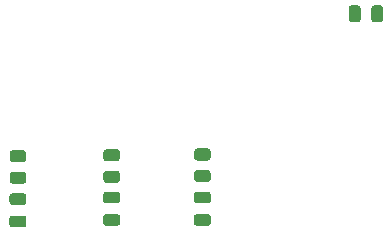
<source format=gbr>
G04 #@! TF.GenerationSoftware,KiCad,Pcbnew,5.1.9*
G04 #@! TF.CreationDate,2021-05-27T16:29:05+08:00*
G04 #@! TF.ProjectId,digital-amplifier2,64696769-7461-46c2-9d61-6d706c696669,rev?*
G04 #@! TF.SameCoordinates,Original*
G04 #@! TF.FileFunction,Paste,Bot*
G04 #@! TF.FilePolarity,Positive*
%FSLAX46Y46*%
G04 Gerber Fmt 4.6, Leading zero omitted, Abs format (unit mm)*
G04 Created by KiCad (PCBNEW 5.1.9) date 2021-05-27 16:29:05*
%MOMM*%
%LPD*%
G01*
G04 APERTURE LIST*
G04 APERTURE END LIST*
G36*
G01*
X112071999Y-140862000D02*
X112972001Y-140862000D01*
G75*
G02*
X113222000Y-141111999I0J-249999D01*
G01*
X113222000Y-141637001D01*
G75*
G02*
X112972001Y-141887000I-249999J0D01*
G01*
X112071999Y-141887000D01*
G75*
G02*
X111822000Y-141637001I0J249999D01*
G01*
X111822000Y-141111999D01*
G75*
G02*
X112071999Y-140862000I249999J0D01*
G01*
G37*
G36*
G01*
X112071999Y-139037000D02*
X112972001Y-139037000D01*
G75*
G02*
X113222000Y-139286999I0J-249999D01*
G01*
X113222000Y-139812001D01*
G75*
G02*
X112972001Y-140062000I-249999J0D01*
G01*
X112071999Y-140062000D01*
G75*
G02*
X111822000Y-139812001I0J249999D01*
G01*
X111822000Y-139286999D01*
G75*
G02*
X112071999Y-139037000I249999J0D01*
G01*
G37*
G36*
G01*
X104388499Y-140925500D02*
X105288501Y-140925500D01*
G75*
G02*
X105538500Y-141175499I0J-249999D01*
G01*
X105538500Y-141700501D01*
G75*
G02*
X105288501Y-141950500I-249999J0D01*
G01*
X104388499Y-141950500D01*
G75*
G02*
X104138500Y-141700501I0J249999D01*
G01*
X104138500Y-141175499D01*
G75*
G02*
X104388499Y-140925500I249999J0D01*
G01*
G37*
G36*
G01*
X104388499Y-139100500D02*
X105288501Y-139100500D01*
G75*
G02*
X105538500Y-139350499I0J-249999D01*
G01*
X105538500Y-139875501D01*
G75*
G02*
X105288501Y-140125500I-249999J0D01*
G01*
X104388499Y-140125500D01*
G75*
G02*
X104138500Y-139875501I0J249999D01*
G01*
X104138500Y-139350499D01*
G75*
G02*
X104388499Y-139100500I249999J0D01*
G01*
G37*
G36*
G01*
X96450999Y-141012500D02*
X97351001Y-141012500D01*
G75*
G02*
X97601000Y-141262499I0J-249999D01*
G01*
X97601000Y-141787501D01*
G75*
G02*
X97351001Y-142037500I-249999J0D01*
G01*
X96450999Y-142037500D01*
G75*
G02*
X96201000Y-141787501I0J249999D01*
G01*
X96201000Y-141262499D01*
G75*
G02*
X96450999Y-141012500I249999J0D01*
G01*
G37*
G36*
G01*
X96450999Y-139187500D02*
X97351001Y-139187500D01*
G75*
G02*
X97601000Y-139437499I0J-249999D01*
G01*
X97601000Y-139962501D01*
G75*
G02*
X97351001Y-140212500I-249999J0D01*
G01*
X96450999Y-140212500D01*
G75*
G02*
X96201000Y-139962501I0J249999D01*
G01*
X96201000Y-139437499D01*
G75*
G02*
X96450999Y-139187500I249999J0D01*
G01*
G37*
G36*
G01*
X112047000Y-144595000D02*
X112997000Y-144595000D01*
G75*
G02*
X113247000Y-144845000I0J-250000D01*
G01*
X113247000Y-145345000D01*
G75*
G02*
X112997000Y-145595000I-250000J0D01*
G01*
X112047000Y-145595000D01*
G75*
G02*
X111797000Y-145345000I0J250000D01*
G01*
X111797000Y-144845000D01*
G75*
G02*
X112047000Y-144595000I250000J0D01*
G01*
G37*
G36*
G01*
X112047000Y-142695000D02*
X112997000Y-142695000D01*
G75*
G02*
X113247000Y-142945000I0J-250000D01*
G01*
X113247000Y-143445000D01*
G75*
G02*
X112997000Y-143695000I-250000J0D01*
G01*
X112047000Y-143695000D01*
G75*
G02*
X111797000Y-143445000I0J250000D01*
G01*
X111797000Y-142945000D01*
G75*
G02*
X112047000Y-142695000I250000J0D01*
G01*
G37*
G36*
G01*
X104363500Y-144595000D02*
X105313500Y-144595000D01*
G75*
G02*
X105563500Y-144845000I0J-250000D01*
G01*
X105563500Y-145345000D01*
G75*
G02*
X105313500Y-145595000I-250000J0D01*
G01*
X104363500Y-145595000D01*
G75*
G02*
X104113500Y-145345000I0J250000D01*
G01*
X104113500Y-144845000D01*
G75*
G02*
X104363500Y-144595000I250000J0D01*
G01*
G37*
G36*
G01*
X104363500Y-142695000D02*
X105313500Y-142695000D01*
G75*
G02*
X105563500Y-142945000I0J-250000D01*
G01*
X105563500Y-143445000D01*
G75*
G02*
X105313500Y-143695000I-250000J0D01*
G01*
X104363500Y-143695000D01*
G75*
G02*
X104113500Y-143445000I0J250000D01*
G01*
X104113500Y-142945000D01*
G75*
G02*
X104363500Y-142695000I250000J0D01*
G01*
G37*
G36*
G01*
X96426000Y-144722000D02*
X97376000Y-144722000D01*
G75*
G02*
X97626000Y-144972000I0J-250000D01*
G01*
X97626000Y-145472000D01*
G75*
G02*
X97376000Y-145722000I-250000J0D01*
G01*
X96426000Y-145722000D01*
G75*
G02*
X96176000Y-145472000I0J250000D01*
G01*
X96176000Y-144972000D01*
G75*
G02*
X96426000Y-144722000I250000J0D01*
G01*
G37*
G36*
G01*
X96426000Y-142822000D02*
X97376000Y-142822000D01*
G75*
G02*
X97626000Y-143072000I0J-250000D01*
G01*
X97626000Y-143572000D01*
G75*
G02*
X97376000Y-143822000I-250000J0D01*
G01*
X96426000Y-143822000D01*
G75*
G02*
X96176000Y-143572000I0J250000D01*
G01*
X96176000Y-143072000D01*
G75*
G02*
X96426000Y-142822000I250000J0D01*
G01*
G37*
G36*
G01*
X125915000Y-127160000D02*
X125915000Y-128110000D01*
G75*
G02*
X125665000Y-128360000I-250000J0D01*
G01*
X125165000Y-128360000D01*
G75*
G02*
X124915000Y-128110000I0J250000D01*
G01*
X124915000Y-127160000D01*
G75*
G02*
X125165000Y-126910000I250000J0D01*
G01*
X125665000Y-126910000D01*
G75*
G02*
X125915000Y-127160000I0J-250000D01*
G01*
G37*
G36*
G01*
X127815000Y-127160000D02*
X127815000Y-128110000D01*
G75*
G02*
X127565000Y-128360000I-250000J0D01*
G01*
X127065000Y-128360000D01*
G75*
G02*
X126815000Y-128110000I0J250000D01*
G01*
X126815000Y-127160000D01*
G75*
G02*
X127065000Y-126910000I250000J0D01*
G01*
X127565000Y-126910000D01*
G75*
G02*
X127815000Y-127160000I0J-250000D01*
G01*
G37*
M02*

</source>
